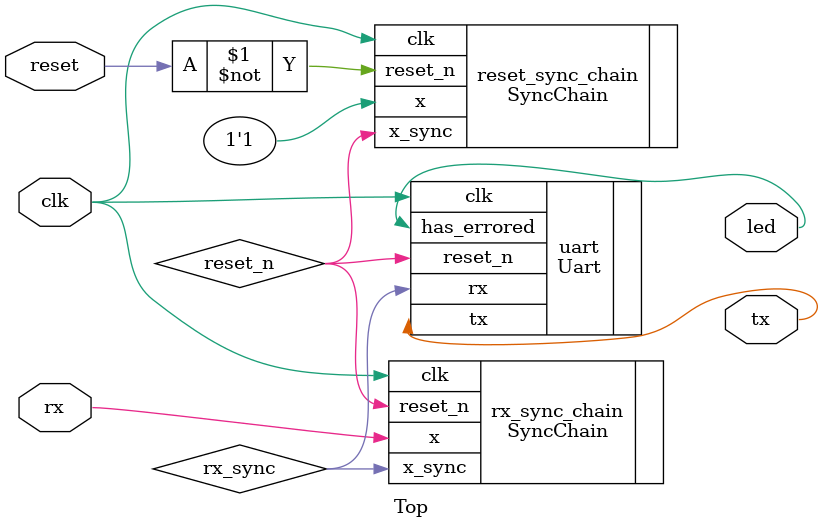
<source format=sv>
`default_nettype none

module Top(
    input wire logic reset,
    input wire logic clk,

    output wire logic tx,
    input wire logic rx,

    output wire logic led);

    logic reset_n;
    SyncChain #(.DEFAULT(1'b0)) reset_sync_chain(
        .reset_n(~reset),
        .clk(clk),

        .x(1'b1),

        .x_sync(reset_n));

    logic rx_sync;
    SyncChain #(.DEFAULT(1'b1)) rx_sync_chain(
        .reset_n(reset_n),
        .clk(clk),

        .x(rx),

        .x_sync(rx_sync));

    Uart uart(
        .reset_n(reset_n),
        .clk(clk),

        .tx(tx),
        .rx(rx_sync),

        .has_errored(led));

endmodule

</source>
